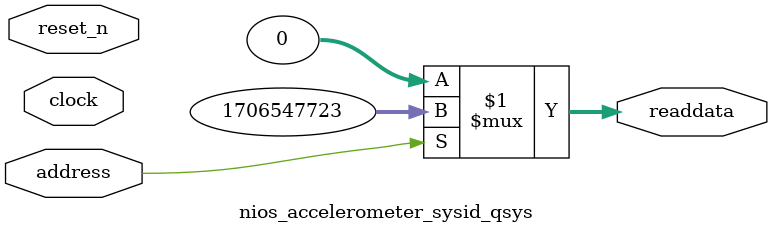
<source format=v>



// synthesis translate_off
`timescale 1ns / 1ps
// synthesis translate_on

// turn off superfluous verilog processor warnings 
// altera message_level Level1 
// altera message_off 10034 10035 10036 10037 10230 10240 10030 

module nios_accelerometer_sysid_qsys (
               // inputs:
                address,
                clock,
                reset_n,

               // outputs:
                readdata
             )
;

  output  [ 31: 0] readdata;
  input            address;
  input            clock;
  input            reset_n;

  wire    [ 31: 0] readdata;
  //control_slave, which is an e_avalon_slave
  assign readdata = address ? 1706547723 : 0;

endmodule



</source>
